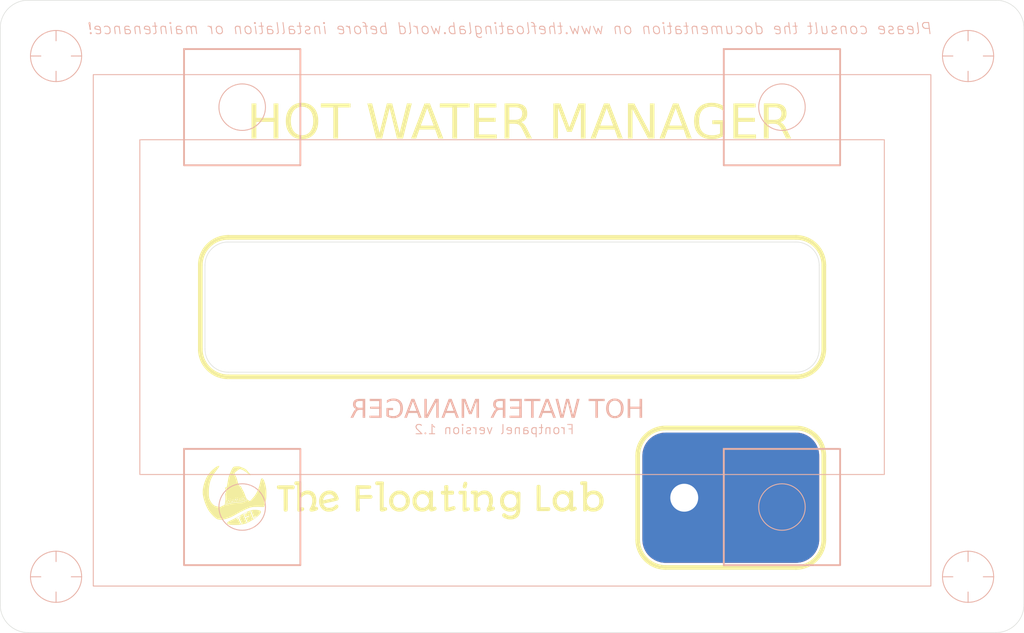
<source format=kicad_pcb>
(kicad_pcb (version 20240108) (generator "pcbnew") (generator_version "8.0")
  (layers (0 "F.Cu" signal) (31 "B.Cu" signal) (34 "B.Paste" user) (35 "F.Paste" user) (36 "B.SilkS" user "B.Silkscreen") (37 "F.SilkS" user "F.Silkscreen") (38 "B.Mask" user) (39 "F.Mask" user) (44 "Edge.Cuts" user))
  (net 0 "")
  (footprint "MountingHole:MountingHole_3.2mm_M3" (layer "F.Cu") (at 214 127.5)
    (property "Reference" "REF**" (hide yes))
    (property "Value" "MountingHole_3.2mm_M3" (hide yes))
    (pad "" np_thru_hole circle (at 0 0) (size 3.2 3.2) (drill 3.2) (layers "*.Cu" "*.Mask"))
  )
  (footprint "logos:tfl-frontpanel_small" (layer "F.Cu") (at 153.5 118.75)
    (property "Reference" "G***" (hide yes))
    (property "Value" "LOGO" (hide yes))
  )
  (footprint "MountingHole:MountingHole_3.2mm_M3" (layer "F.Cu") (at 116 127.5)
    (property "Reference" "REF**" (hide yes))
    (property "Value" "MountingHole_3.2mm_M3" (hide yes))
    (pad "" np_thru_hole circle (at 0 0) (size 3.2 3.2) (drill 3.2) (layers "*.Cu" "*.Mask"))
  )
  (footprint "MountingHole:MountingHole_3.2mm_M3" (layer "F.Cu") (at 214 71.5)
    (property "Reference" "REF**" (hide yes))
    (property "Value" "MountingHole_3.2mm_M3" (hide yes))
    (pad "" np_thru_hole circle (at 0 0) (size 3.2 3.2) (drill 3.2) (layers "*.Cu" "*.Mask"))
  )
  (footprint "tfl:touchbuttonLED" (layer "F.Cu") (at 183.5 119)
    (property "Reference" "REF**" (hide yes))
    (property "Value" "touchbuttonLED" (hide yes))
    (pad "" thru_hole roundrect (at 0 0) (size 19 14) (drill 3 (offset 5 0)) (layers "*.Cu" "In1.Cu" "In2.Cu" "In3.Cu" "In4.Cu" "In5.Cu" "In6.Cu" "In7.Cu" "In8.Cu" "In9.Cu" "In10.Cu" "In11.Cu" "In12.Cu" "In13.Cu" "In14.Cu" "In15.Cu" "In16.Cu" "In17.Cu" "In18.Cu" "In19.Cu" "In20.Cu" "In21.Cu" "In22.Cu" "In23.Cu" "In24.Cu" "In25.Cu" "In26.Cu" "In27.Cu" "In28.Cu" "In29.Cu" "In30.Cu" "B.Mask") (roundrect_rratio 0.1785714286))
  )
  (footprint "MountingHole:MountingHole_3.2mm_M3" (layer "F.Cu") (at 116 71.5)
    (property "Reference" "REF**" (hide yes))
    (property "Value" "MountingHole_3.2mm_M3" (hide yes))
    (pad "" np_thru_hole circle (at 0 0) (size 3.2 3.2) (drill 3.2) (layers "*.Cu" "*.Mask"))
  )
  (gr_circle (center 194 77) (end 194 74.5) (stroke (width 0.1)) (fill none) (layer "B.SilkS"))
  (gr_circle (center 194 120) (end 194 117.5) (stroke (width 0.1)) (fill none) (layer "B.SilkS"))
  (gr_line (start 118.75 71.5) (end 113.25 71.5) (stroke (width 0.1)) (layer "B.SilkS"))
  (gr_rect (start 129.75 70.75) (end 142.25 83.25) (stroke (width 0.2)) (fill none) (layer "B.SilkS"))
  (gr_circle (center 214 71.5) (end 211.25 71.5) (stroke (width 0.1)) (fill none) (layer "B.SilkS"))
  (gr_line (start 216.75 71.5) (end 211.25 71.5) (stroke (width 0.1)) (layer "B.SilkS"))
  (gr_circle (center 116 71.5) (end 113.25 71.5) (stroke (width 0.1)) (fill none) (layer "B.SilkS"))
  (gr_rect (start 187.75 113.75) (end 200.25 126.25) (stroke (width 0.2)) (fill none) (layer "B.SilkS"))
  (gr_line (start 116 124.75) (end 116 130.25) (stroke (width 0.1)) (layer "B.SilkS"))
  (gr_line (start 116 68.75) (end 116 74.25) (stroke (width 0.1)) (layer "B.SilkS"))
  (gr_circle (center 136 120) (end 136 117.5) (stroke (width 0.1)) (fill none) (layer "B.SilkS"))
  (gr_line (start 216.75 127.5) (end 211.25 127.5) (stroke (width 0.1)) (layer "B.SilkS"))
  (gr_rect (start 125 80.5) (end 205 116.5) (stroke (width 0.1)) (fill none) (layer "B.SilkS"))
  (gr_line (start 214 124.75) (end 214 130.25) (stroke (width 0.1)) (layer "B.SilkS"))
  (gr_rect (start 129.75 113.75) (end 142.25 126.25) (stroke (width 0.2)) (fill none) (layer "B.SilkS"))
  (gr_circle (center 136 77) (end 136 74.5) (stroke (width 0.1)) (fill none) (layer "B.SilkS"))
  (gr_circle (center 116 127.5) (end 113.25 127.5) (stroke (width 0.1)) (fill none) (layer "B.SilkS"))
  (gr_circle (center 214 127.5) (end 211.25 127.5) (stroke (width 0.1)) (fill none) (layer "B.SilkS"))
  (gr_rect (start 187.75 70.75) (end 200.25 83.25) (stroke (width 0.2)) (fill none) (layer "B.SilkS"))
  (gr_line (start 214 68.75) (end 214 74.25) (stroke (width 0.1)) (layer "B.SilkS"))
  (gr_line (start 118.75 127.5) (end 113.25 127.5) (stroke (width 0.1)) (layer "B.SilkS"))
  (gr_rect (start 120 73.5) (end 210 128.5) (stroke (width 0.1)) (fill none) (layer "B.SilkS"))
  (gr_arc (start 131.5 94) (mid 132.37868 91.87868) (end 134.5 91) (stroke (width 0.5)) (layer "F.SilkS"))
  (gr_line (start 131.5 103) (end 131.5 94) (stroke (width 0.5)) (layer "F.SilkS"))
  (gr_arc (start 134.5 106) (mid 132.37868 105.12132) (end 131.5 103) (stroke (width 0.5)) (layer "F.SilkS"))
  (gr_arc (start 195.5 91) (mid 197.62132 91.87868) (end 198.5 94) (stroke (width 0.5)) (layer "F.SilkS"))
  (gr_line (start 134.5 91) (end 195.5 91) (stroke (width 0.5)) (layer "F.SilkS"))
  (gr_arc (start 198.5 103) (mid 197.62132 105.12132) (end 195.5 106) (stroke (width 0.5)) (layer "F.SilkS"))
  (gr_line (start 195.5 106) (end 134.5 106) (stroke (width 0.5)) (layer "F.SilkS"))
  (gr_line (start 198.5 94) (end 198.5 103) (stroke (width 0.5)) (layer "F.SilkS"))
  (gr_arc (start 220 130.5) (mid 219.12132 132.62132) (end 217 133.5) (stroke (width 0.05)) (layer "Edge.Cuts"))
  (gr_arc (start 110 68.5) (mid 110.87868 66.37868) (end 113 65.5) (stroke (width 0.05)) (layer "Edge.Cuts"))
  (gr_arc (start 198 103) (mid 197.267767 104.767767) (end 195.5 105.5) (stroke (width 0.05)) (layer "Edge.Cuts"))
  (gr_line (start 220 68.5) (end 220 130.5) (stroke (width 0.05)) (layer "Edge.Cuts"))
  (gr_line (start 217 133.5) (end 113 133.5) (stroke (width 0.05)) (layer "Edge.Cuts"))
  (gr_line (start 110 130.5) (end 110 68.5) (stroke (width 0.05)) (layer "Edge.Cuts"))
  (gr_line (start 132 103) (end 132 94) (stroke (width 0.05)) (layer "Edge.Cuts"))
  (gr_arc (start 134.5 105.5) (mid 132.732233 104.767767) (end 132 103) (stroke (width 0.05)) (layer "Edge.Cuts"))
  (gr_arc (start 195.5 91.5) (mid 197.267767 92.232233) (end 198 94) (stroke (width 0.05)) (layer "Edge.Cuts"))
  (gr_arc (start 132 94) (mid 132.732233 92.232233) (end 134.5 91.5) (stroke (width 0.05)) (layer "Edge.Cuts"))
  (gr_line (start 113 65.5) (end 217 65.5) (stroke (width 0.05)) (layer "Edge.Cuts"))
  (gr_arc (start 113 133.5) (mid 110.87868 132.62132) (end 110 130.5) (stroke (width 0.05)) (layer "Edge.Cuts"))
  (gr_line (start 134.5 91.5) (end 195.5 91.5) (stroke (width 0.05)) (layer "Edge.Cuts"))
  (gr_line (start 198 94) (end 198 103) (stroke (width 0.05)) (layer "Edge.Cuts"))
  (gr_arc (start 217 65.5) (mid 219.12132 66.37868) (end 220 68.5) (stroke (width 0.05)) (layer "Edge.Cuts"))
  (gr_line (start 195.5 105.5) (end 134.5 105.5) (stroke (width 0.05)) (layer "Edge.Cuts"))
  (gr_text "Please consult the documentation on www.thefloatinglab.world before installation or maintenance!" (at 210.25 69.25 0) (layer "B.SilkS") (effects (font (size 1.2 1.2) (thickness 0.1) (italic yes)) (justify left bottom mirror)))
  (gr_text "Frontpanel version 1.2" (at 171.75 112.25 0) (layer "B.SilkS") (effects (font (size 1 1) (thickness 0.1)) (justify left bottom mirror)))
  (gr_text "HOT WATER MANAGER" (at 179.25 110.75 0) (layer "B.SilkS") (effects (font (size 2 2) (thickness 0.1)) (justify left bottom mirror)))
  (gr_text "HOT WATER MANAGER" (at 136.5 81 0) (layer "F.SilkS") (effects (font (size 3.7 3.7) (thickness 0.375)) (justify left bottom)))
)
</source>
